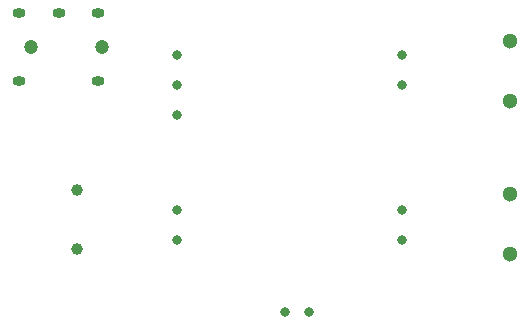
<source format=gbr>
%TF.GenerationSoftware,KiCad,Pcbnew,(6.0.8)*%
%TF.CreationDate,2023-01-19T20:28:01+02:00*%
%TF.ProjectId,amp,616d702e-6b69-4636-9164-5f7063625858,rev?*%
%TF.SameCoordinates,Original*%
%TF.FileFunction,Plated,1,2,PTH,Mixed*%
%TF.FilePolarity,Positive*%
%FSLAX46Y46*%
G04 Gerber Fmt 4.6, Leading zero omitted, Abs format (unit mm)*
G04 Created by KiCad (PCBNEW (6.0.8)) date 2023-01-19 20:28:01*
%MOMM*%
%LPD*%
G01*
G04 APERTURE LIST*
G04 aperture for slot hole*
%TA.AperFunction,ComponentDrill*%
%ADD10O,1.100000X0.800000*%
%TD*%
%TA.AperFunction,ComponentDrill*%
%ADD11C,0.800000*%
%TD*%
%TA.AperFunction,ComponentDrill*%
%ADD12C,1.000000*%
%TD*%
%TA.AperFunction,ComponentDrill*%
%ADD13C,1.200000*%
%TD*%
%TA.AperFunction,ComponentDrill*%
%ADD14C,1.300000*%
%TD*%
G04 APERTURE END LIST*
D10*
%TO.C,J2*%
X53595000Y-40100000D03*
X53595000Y-45900000D03*
X56995000Y-40100000D03*
X60295000Y-40100000D03*
X60295000Y-45900000D03*
D11*
%TO.C,AMP1*%
X67000000Y-43690000D03*
X67000000Y-46230000D03*
X67000000Y-48770000D03*
X67000000Y-56770000D03*
X67000000Y-59310000D03*
%TO.C,J1*%
X76105000Y-65405000D03*
X78105000Y-65405000D03*
%TO.C,AMP1*%
X86000000Y-43690000D03*
X86000000Y-46230000D03*
X86000000Y-56770000D03*
X86000000Y-59310000D03*
D12*
%TO.C,C1*%
X58500000Y-55132323D03*
X58500000Y-60132323D03*
D13*
%TO.C,J2*%
X54595000Y-43000000D03*
X60595000Y-43000000D03*
D14*
%TO.C,J3*%
X95195000Y-42500000D03*
X95195000Y-47580000D03*
%TO.C,J4*%
X95195000Y-55455000D03*
X95195000Y-60535000D03*
M02*

</source>
